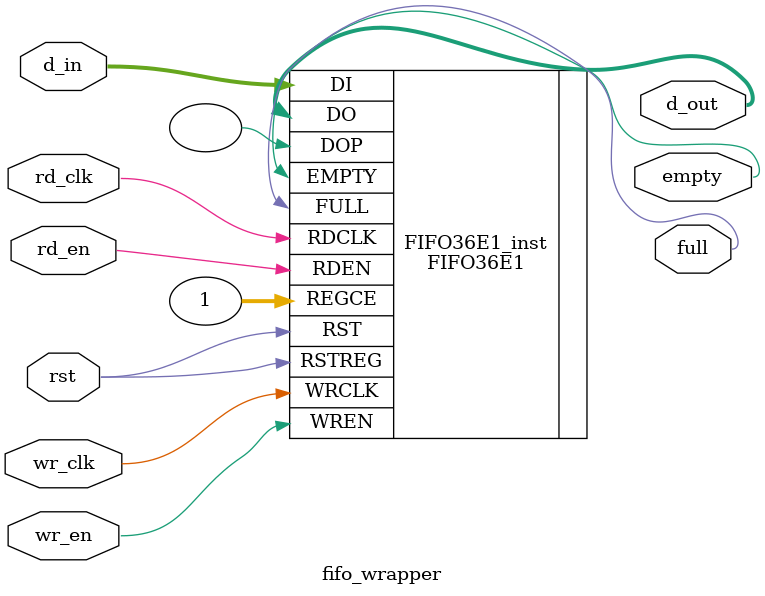
<source format=sv>
`timescale 1ns/1ps

module fifo_wrapper 
#(
    parameter DEPTH = 1024,
    parameter WIDTH = 32
)
(
    input  logic rst,
    input  logic wr_clk,
    input  logic rd_clk,
    input  logic [WIDTH-1: 0] d_in,
    input  logic wr_en,
    input  logic rd_en,
    output logic [WIDTH-1: 0] d_out,
    output logic full,
    output logic empty
);
    localparam FIFO_DW = WIDTH <= 4  ?  4: 
                         WIDTH <= 8  ?  9:
                         WIDTH <= 16 ? 18:
                         WIDTH <= 32 ? 36:
                                       72;


FIFO36E1 #(
   .DATA_WIDTH(FIFO_DW),                    // Sets data width to 4-36
   .DO_REG(1),                        // Enable output register (1-0) Must be 1 if EN_SYN = FALSE
   .EN_SYN("FALSE"),                  // Specifies FIFO as dual-clock (FALSE) or Synchronous (TRUE)
   .FIFO_MODE("FIFO36"),              // Sets mode to FIFO18 or FIFO18_36
   .FIRST_WORD_FALL_THROUGH("FALSE"), // Sets the FIFO FWFT to FALSE, TRUE
   .INIT(36'h000000000),              // Initial values on output port
   .SIM_DEVICE("7SERIES"),            // Must be set to "7SERIES" for simulation behavior
   .SRVAL(36'h000000000)              // Set/Reset value for output port
)
FIFO36E1_inst (
   // Read Data: 32-bit (each) output: Read output data
   .DO(d_out),                   // 32-bit output: Data output
   .DOP(),                 // 4-bit output: Parity data output
   .EMPTY(empty),             // 1-bit output: Empty flag
   .FULL(full),               // 1-bit output: Full flag
   // Read Control Signals: 1-bit (each) input: Read clock, enable and reset input signals
   .RDCLK(rd_clk),             // 1-bit input: Read clock
   .RDEN(rd_en),               // 1-bit input: Read enable
   .REGCE(1),             // 1-bit input: Clock enable
   .RST(rst),                 // 1-bit input: Asynchronous Reset
   .RSTREG(rst),           // 1-bit input: Output register set/reset
   // Write Control Signals: 1-bit (each) input: Write clock and enable input signals
   .WRCLK(wr_clk),             // 1-bit input: Write clock
   .WREN(wr_en),               // 1-bit input: Write enable
   // Write Data: 32-bit (each) input: Write input data
   .DI(d_in)                   // 32-bit input: Data input
);
endmodule

</source>
